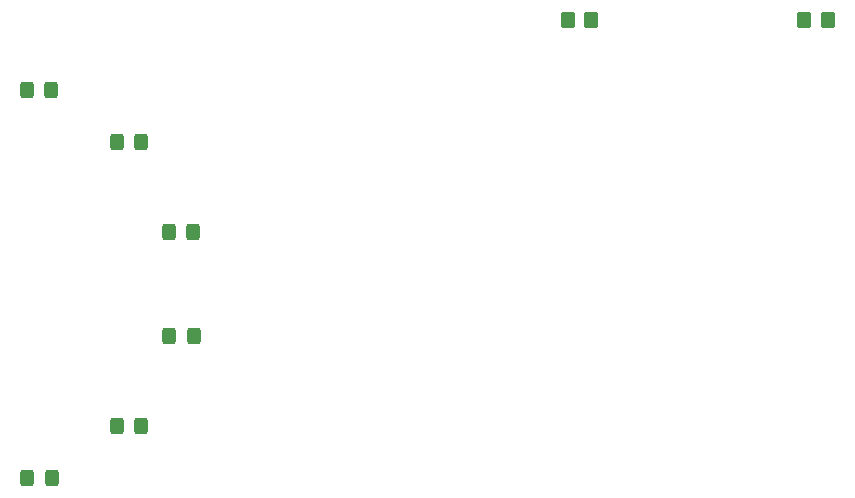
<source format=gbr>
%TF.GenerationSoftware,KiCad,Pcbnew,9.0.6*%
%TF.CreationDate,2025-12-07T15:07:03-05:00*%
%TF.ProjectId,IO_board,494f5f62-6f61-4726-942e-6b696361645f,rev?*%
%TF.SameCoordinates,Original*%
%TF.FileFunction,Paste,Bot*%
%TF.FilePolarity,Positive*%
%FSLAX46Y46*%
G04 Gerber Fmt 4.6, Leading zero omitted, Abs format (unit mm)*
G04 Created by KiCad (PCBNEW 9.0.6) date 2025-12-07 15:07:03*
%MOMM*%
%LPD*%
G01*
G04 APERTURE LIST*
G04 Aperture macros list*
%AMRoundRect*
0 Rectangle with rounded corners*
0 $1 Rounding radius*
0 $2 $3 $4 $5 $6 $7 $8 $9 X,Y pos of 4 corners*
0 Add a 4 corners polygon primitive as box body*
4,1,4,$2,$3,$4,$5,$6,$7,$8,$9,$2,$3,0*
0 Add four circle primitives for the rounded corners*
1,1,$1+$1,$2,$3*
1,1,$1+$1,$4,$5*
1,1,$1+$1,$6,$7*
1,1,$1+$1,$8,$9*
0 Add four rect primitives between the rounded corners*
20,1,$1+$1,$2,$3,$4,$5,0*
20,1,$1+$1,$4,$5,$6,$7,0*
20,1,$1+$1,$6,$7,$8,$9,0*
20,1,$1+$1,$8,$9,$2,$3,0*%
G04 Aperture macros list end*
%ADD10RoundRect,0.250000X-0.350000X-0.450000X0.350000X-0.450000X0.350000X0.450000X-0.350000X0.450000X0*%
%ADD11RoundRect,0.250000X0.325000X0.450000X-0.325000X0.450000X-0.325000X-0.450000X0.325000X-0.450000X0*%
G04 APERTURE END LIST*
D10*
%TO.C,R2*%
X142000000Y-81500000D03*
X140000000Y-81500000D03*
%TD*%
%TO.C,R1*%
X160000000Y-81500000D03*
X162000000Y-81500000D03*
%TD*%
D11*
%TO.C,D7*%
X103900364Y-91837864D03*
X101850364Y-91837864D03*
%TD*%
%TO.C,D8*%
X94220364Y-87437864D03*
X96270364Y-87437864D03*
%TD*%
%TO.C,D3*%
X96290364Y-120277864D03*
X94240364Y-120277864D03*
%TD*%
%TO.C,D4*%
X103900364Y-115877864D03*
X101850364Y-115877864D03*
%TD*%
%TO.C,D5*%
X108310364Y-108257864D03*
X106260364Y-108257864D03*
%TD*%
%TO.C,D6*%
X108281103Y-99457940D03*
X106231103Y-99457940D03*
%TD*%
M02*

</source>
